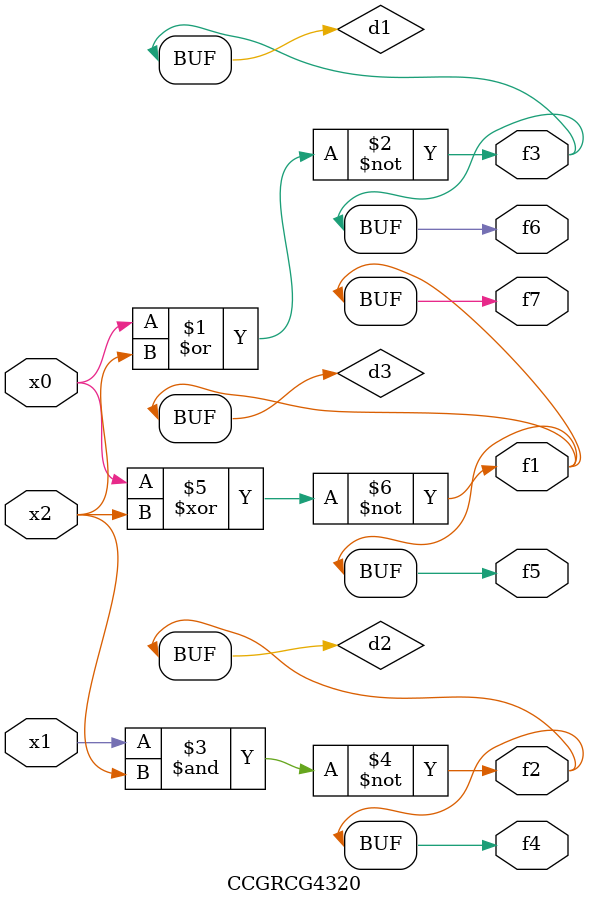
<source format=v>
module CCGRCG4320(
	input x0, x1, x2,
	output f1, f2, f3, f4, f5, f6, f7
);

	wire d1, d2, d3;

	nor (d1, x0, x2);
	nand (d2, x1, x2);
	xnor (d3, x0, x2);
	assign f1 = d3;
	assign f2 = d2;
	assign f3 = d1;
	assign f4 = d2;
	assign f5 = d3;
	assign f6 = d1;
	assign f7 = d3;
endmodule

</source>
